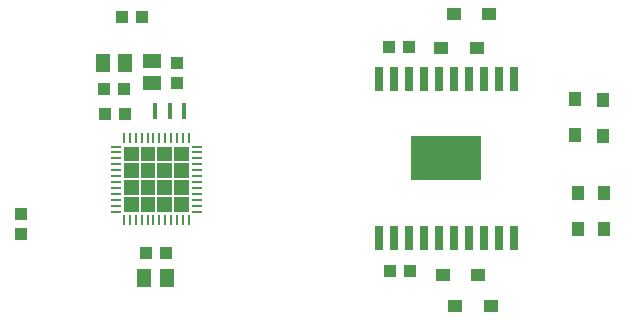
<source format=gbr>
G04 EAGLE Gerber RS-274X export*
G75*
%MOMM*%
%FSLAX34Y34*%
%LPD*%
%INSolderpaste Bottom*%
%IPPOS*%
%AMOC8*
5,1,8,0,0,1.08239X$1,22.5*%
G01*
%ADD10R,0.400000X1.399997*%
%ADD11R,0.254000X0.812800*%
%ADD12R,0.812800X0.254000*%
%ADD13R,1.100000X1.000000*%
%ADD14R,1.500000X1.300000*%
%ADD15R,1.300000X1.500000*%
%ADD16R,6.001059X3.800669*%
%ADD17R,0.700000X2.000000*%
%ADD18R,1.120000X1.240000*%
%ADD19R,1.240000X1.120000*%

G36*
X169531Y201630D02*
X169531Y201630D01*
X169533Y201629D01*
X169576Y201649D01*
X169620Y201667D01*
X169621Y201669D01*
X169623Y201670D01*
X169656Y201755D01*
X169656Y213979D01*
X169655Y213981D01*
X169655Y213983D01*
X169636Y214026D01*
X169617Y214070D01*
X169615Y214071D01*
X169614Y214073D01*
X169529Y214106D01*
X157305Y214106D01*
X157303Y214105D01*
X157301Y214105D01*
X157258Y214086D01*
X157215Y214067D01*
X157214Y214065D01*
X157212Y214064D01*
X157179Y213979D01*
X157179Y201755D01*
X157180Y201753D01*
X157179Y201751D01*
X157199Y201708D01*
X157217Y201665D01*
X157219Y201664D01*
X157220Y201662D01*
X157305Y201629D01*
X169529Y201629D01*
X169531Y201630D01*
G37*
G36*
X155307Y201630D02*
X155307Y201630D01*
X155309Y201629D01*
X155352Y201649D01*
X155396Y201667D01*
X155397Y201669D01*
X155399Y201670D01*
X155432Y201755D01*
X155432Y213979D01*
X155431Y213981D01*
X155431Y213983D01*
X155412Y214026D01*
X155393Y214070D01*
X155391Y214071D01*
X155390Y214073D01*
X155305Y214106D01*
X143081Y214106D01*
X143079Y214105D01*
X143077Y214105D01*
X143034Y214086D01*
X142991Y214067D01*
X142990Y214065D01*
X142988Y214064D01*
X142955Y213979D01*
X142955Y201755D01*
X142956Y201753D01*
X142955Y201751D01*
X142975Y201708D01*
X142993Y201665D01*
X142995Y201664D01*
X142996Y201662D01*
X143081Y201629D01*
X155305Y201629D01*
X155307Y201630D01*
G37*
G36*
X141083Y201630D02*
X141083Y201630D01*
X141085Y201629D01*
X141128Y201649D01*
X141172Y201667D01*
X141173Y201669D01*
X141175Y201670D01*
X141208Y201755D01*
X141208Y213979D01*
X141207Y213981D01*
X141207Y213983D01*
X141188Y214026D01*
X141169Y214070D01*
X141167Y214071D01*
X141166Y214073D01*
X141081Y214106D01*
X128857Y214106D01*
X128855Y214105D01*
X128853Y214105D01*
X128810Y214086D01*
X128767Y214067D01*
X128766Y214065D01*
X128764Y214064D01*
X128731Y213979D01*
X128731Y201755D01*
X128732Y201753D01*
X128731Y201751D01*
X128751Y201708D01*
X128769Y201665D01*
X128771Y201664D01*
X128772Y201662D01*
X128857Y201629D01*
X141081Y201629D01*
X141083Y201630D01*
G37*
G36*
X126859Y201630D02*
X126859Y201630D01*
X126861Y201629D01*
X126904Y201649D01*
X126948Y201667D01*
X126949Y201669D01*
X126951Y201670D01*
X126984Y201755D01*
X126984Y213979D01*
X126983Y213981D01*
X126983Y213983D01*
X126964Y214026D01*
X126945Y214070D01*
X126943Y214071D01*
X126942Y214073D01*
X126857Y214106D01*
X114633Y214106D01*
X114631Y214105D01*
X114629Y214105D01*
X114586Y214086D01*
X114543Y214067D01*
X114542Y214065D01*
X114540Y214064D01*
X114507Y213979D01*
X114507Y201755D01*
X114508Y201753D01*
X114507Y201751D01*
X114527Y201708D01*
X114545Y201665D01*
X114547Y201664D01*
X114548Y201662D01*
X114633Y201629D01*
X126857Y201629D01*
X126859Y201630D01*
G37*
G36*
X169531Y187406D02*
X169531Y187406D01*
X169533Y187405D01*
X169576Y187425D01*
X169620Y187443D01*
X169621Y187445D01*
X169623Y187446D01*
X169656Y187531D01*
X169656Y199755D01*
X169655Y199757D01*
X169655Y199759D01*
X169636Y199802D01*
X169617Y199846D01*
X169615Y199847D01*
X169614Y199849D01*
X169529Y199882D01*
X157305Y199882D01*
X157303Y199881D01*
X157301Y199881D01*
X157258Y199862D01*
X157215Y199843D01*
X157214Y199841D01*
X157212Y199840D01*
X157179Y199755D01*
X157179Y187531D01*
X157180Y187529D01*
X157179Y187527D01*
X157199Y187484D01*
X157217Y187441D01*
X157219Y187440D01*
X157220Y187438D01*
X157305Y187405D01*
X169529Y187405D01*
X169531Y187406D01*
G37*
G36*
X126859Y187406D02*
X126859Y187406D01*
X126861Y187405D01*
X126904Y187425D01*
X126948Y187443D01*
X126949Y187445D01*
X126951Y187446D01*
X126984Y187531D01*
X126984Y199755D01*
X126983Y199757D01*
X126983Y199759D01*
X126964Y199802D01*
X126945Y199846D01*
X126943Y199847D01*
X126942Y199849D01*
X126857Y199882D01*
X114633Y199882D01*
X114631Y199881D01*
X114629Y199881D01*
X114586Y199862D01*
X114543Y199843D01*
X114542Y199841D01*
X114540Y199840D01*
X114507Y199755D01*
X114507Y187531D01*
X114508Y187529D01*
X114507Y187527D01*
X114527Y187484D01*
X114545Y187441D01*
X114547Y187440D01*
X114548Y187438D01*
X114633Y187405D01*
X126857Y187405D01*
X126859Y187406D01*
G37*
G36*
X141083Y187406D02*
X141083Y187406D01*
X141085Y187405D01*
X141128Y187425D01*
X141172Y187443D01*
X141173Y187445D01*
X141175Y187446D01*
X141208Y187531D01*
X141208Y199755D01*
X141207Y199757D01*
X141207Y199759D01*
X141188Y199802D01*
X141169Y199846D01*
X141167Y199847D01*
X141166Y199849D01*
X141081Y199882D01*
X128857Y199882D01*
X128855Y199881D01*
X128853Y199881D01*
X128810Y199862D01*
X128767Y199843D01*
X128766Y199841D01*
X128764Y199840D01*
X128731Y199755D01*
X128731Y187531D01*
X128732Y187529D01*
X128731Y187527D01*
X128751Y187484D01*
X128769Y187441D01*
X128771Y187440D01*
X128772Y187438D01*
X128857Y187405D01*
X141081Y187405D01*
X141083Y187406D01*
G37*
G36*
X155307Y187406D02*
X155307Y187406D01*
X155309Y187405D01*
X155352Y187425D01*
X155396Y187443D01*
X155397Y187445D01*
X155399Y187446D01*
X155432Y187531D01*
X155432Y199755D01*
X155431Y199757D01*
X155431Y199759D01*
X155412Y199802D01*
X155393Y199846D01*
X155391Y199847D01*
X155390Y199849D01*
X155305Y199882D01*
X143081Y199882D01*
X143079Y199881D01*
X143077Y199881D01*
X143034Y199862D01*
X142991Y199843D01*
X142990Y199841D01*
X142988Y199840D01*
X142955Y199755D01*
X142955Y187531D01*
X142956Y187529D01*
X142955Y187527D01*
X142975Y187484D01*
X142993Y187441D01*
X142995Y187440D01*
X142996Y187438D01*
X143081Y187405D01*
X155305Y187405D01*
X155307Y187406D01*
G37*
G36*
X141083Y173182D02*
X141083Y173182D01*
X141085Y173181D01*
X141128Y173201D01*
X141172Y173219D01*
X141173Y173221D01*
X141175Y173222D01*
X141208Y173307D01*
X141208Y185531D01*
X141207Y185533D01*
X141207Y185535D01*
X141188Y185578D01*
X141169Y185622D01*
X141167Y185623D01*
X141166Y185625D01*
X141081Y185658D01*
X128857Y185658D01*
X128855Y185657D01*
X128853Y185657D01*
X128810Y185638D01*
X128767Y185619D01*
X128766Y185617D01*
X128764Y185616D01*
X128731Y185531D01*
X128731Y173307D01*
X128732Y173305D01*
X128731Y173303D01*
X128751Y173260D01*
X128769Y173217D01*
X128771Y173216D01*
X128772Y173214D01*
X128857Y173181D01*
X141081Y173181D01*
X141083Y173182D01*
G37*
G36*
X169531Y173182D02*
X169531Y173182D01*
X169533Y173181D01*
X169576Y173201D01*
X169620Y173219D01*
X169621Y173221D01*
X169623Y173222D01*
X169656Y173307D01*
X169656Y185531D01*
X169655Y185533D01*
X169655Y185535D01*
X169636Y185578D01*
X169617Y185622D01*
X169615Y185623D01*
X169614Y185625D01*
X169529Y185658D01*
X157305Y185658D01*
X157303Y185657D01*
X157301Y185657D01*
X157258Y185638D01*
X157215Y185619D01*
X157214Y185617D01*
X157212Y185616D01*
X157179Y185531D01*
X157179Y173307D01*
X157180Y173305D01*
X157179Y173303D01*
X157199Y173260D01*
X157217Y173217D01*
X157219Y173216D01*
X157220Y173214D01*
X157305Y173181D01*
X169529Y173181D01*
X169531Y173182D01*
G37*
G36*
X155307Y173182D02*
X155307Y173182D01*
X155309Y173181D01*
X155352Y173201D01*
X155396Y173219D01*
X155397Y173221D01*
X155399Y173222D01*
X155432Y173307D01*
X155432Y185531D01*
X155431Y185533D01*
X155431Y185535D01*
X155412Y185578D01*
X155393Y185622D01*
X155391Y185623D01*
X155390Y185625D01*
X155305Y185658D01*
X143081Y185658D01*
X143079Y185657D01*
X143077Y185657D01*
X143034Y185638D01*
X142991Y185619D01*
X142990Y185617D01*
X142988Y185616D01*
X142955Y185531D01*
X142955Y173307D01*
X142956Y173305D01*
X142955Y173303D01*
X142975Y173260D01*
X142993Y173217D01*
X142995Y173216D01*
X142996Y173214D01*
X143081Y173181D01*
X155305Y173181D01*
X155307Y173182D01*
G37*
G36*
X126859Y173182D02*
X126859Y173182D01*
X126861Y173181D01*
X126904Y173201D01*
X126948Y173219D01*
X126949Y173221D01*
X126951Y173222D01*
X126984Y173307D01*
X126984Y185531D01*
X126983Y185533D01*
X126983Y185535D01*
X126964Y185578D01*
X126945Y185622D01*
X126943Y185623D01*
X126942Y185625D01*
X126857Y185658D01*
X114633Y185658D01*
X114631Y185657D01*
X114629Y185657D01*
X114586Y185638D01*
X114543Y185619D01*
X114542Y185617D01*
X114540Y185616D01*
X114507Y185531D01*
X114507Y173307D01*
X114508Y173305D01*
X114507Y173303D01*
X114527Y173260D01*
X114545Y173217D01*
X114547Y173216D01*
X114548Y173214D01*
X114633Y173181D01*
X126857Y173181D01*
X126859Y173182D01*
G37*
G36*
X155307Y158958D02*
X155307Y158958D01*
X155309Y158957D01*
X155352Y158977D01*
X155396Y158995D01*
X155397Y158997D01*
X155399Y158998D01*
X155432Y159083D01*
X155432Y171307D01*
X155431Y171309D01*
X155431Y171311D01*
X155412Y171354D01*
X155393Y171398D01*
X155391Y171399D01*
X155390Y171401D01*
X155305Y171434D01*
X143081Y171434D01*
X143079Y171433D01*
X143077Y171433D01*
X143034Y171414D01*
X142991Y171395D01*
X142990Y171393D01*
X142988Y171392D01*
X142955Y171307D01*
X142955Y159083D01*
X142956Y159081D01*
X142955Y159079D01*
X142975Y159036D01*
X142993Y158993D01*
X142995Y158992D01*
X142996Y158990D01*
X143081Y158957D01*
X155305Y158957D01*
X155307Y158958D01*
G37*
G36*
X141083Y158958D02*
X141083Y158958D01*
X141085Y158957D01*
X141128Y158977D01*
X141172Y158995D01*
X141173Y158997D01*
X141175Y158998D01*
X141208Y159083D01*
X141208Y171307D01*
X141207Y171309D01*
X141207Y171311D01*
X141188Y171354D01*
X141169Y171398D01*
X141167Y171399D01*
X141166Y171401D01*
X141081Y171434D01*
X128857Y171434D01*
X128855Y171433D01*
X128853Y171433D01*
X128810Y171414D01*
X128767Y171395D01*
X128766Y171393D01*
X128764Y171392D01*
X128731Y171307D01*
X128731Y159083D01*
X128732Y159081D01*
X128731Y159079D01*
X128751Y159036D01*
X128769Y158993D01*
X128771Y158992D01*
X128772Y158990D01*
X128857Y158957D01*
X141081Y158957D01*
X141083Y158958D01*
G37*
G36*
X126859Y158958D02*
X126859Y158958D01*
X126861Y158957D01*
X126904Y158977D01*
X126948Y158995D01*
X126949Y158997D01*
X126951Y158998D01*
X126984Y159083D01*
X126984Y171307D01*
X126983Y171309D01*
X126983Y171311D01*
X126964Y171354D01*
X126945Y171398D01*
X126943Y171399D01*
X126942Y171401D01*
X126857Y171434D01*
X114633Y171434D01*
X114631Y171433D01*
X114629Y171433D01*
X114586Y171414D01*
X114543Y171395D01*
X114542Y171393D01*
X114540Y171392D01*
X114507Y171307D01*
X114507Y159083D01*
X114508Y159081D01*
X114507Y159079D01*
X114527Y159036D01*
X114545Y158993D01*
X114547Y158992D01*
X114548Y158990D01*
X114633Y158957D01*
X126857Y158957D01*
X126859Y158958D01*
G37*
G36*
X169531Y158958D02*
X169531Y158958D01*
X169533Y158957D01*
X169576Y158977D01*
X169620Y158995D01*
X169621Y158997D01*
X169623Y158998D01*
X169656Y159083D01*
X169656Y171307D01*
X169655Y171309D01*
X169655Y171311D01*
X169636Y171354D01*
X169617Y171398D01*
X169615Y171399D01*
X169614Y171401D01*
X169529Y171434D01*
X157305Y171434D01*
X157303Y171433D01*
X157301Y171433D01*
X157258Y171414D01*
X157215Y171395D01*
X157214Y171393D01*
X157212Y171392D01*
X157179Y171307D01*
X157179Y159083D01*
X157180Y159081D01*
X157179Y159079D01*
X157199Y159036D01*
X157217Y158993D01*
X157219Y158992D01*
X157220Y158990D01*
X157305Y158957D01*
X169529Y158957D01*
X169531Y158958D01*
G37*
D10*
X165194Y244475D03*
X153194Y244475D03*
X141194Y244475D03*
D11*
X114574Y221075D03*
X119575Y221075D03*
X124577Y221075D03*
X129578Y221075D03*
X134579Y221075D03*
X139580Y221075D03*
X144582Y221075D03*
X149583Y221075D03*
X154584Y221075D03*
X159585Y221075D03*
X164587Y221075D03*
X169588Y221075D03*
D12*
X176625Y214038D03*
X176625Y209037D03*
X176625Y204035D03*
X176625Y199034D03*
X176625Y194033D03*
X176625Y189032D03*
X176625Y184030D03*
X176625Y179029D03*
X176625Y174028D03*
X176625Y169027D03*
X176625Y164025D03*
X176625Y159024D03*
D11*
X169588Y151987D03*
X164587Y151987D03*
X159585Y151987D03*
X154584Y151987D03*
X149583Y151987D03*
X144582Y151987D03*
X139580Y151987D03*
X134579Y151987D03*
X129578Y151987D03*
X124577Y151987D03*
X119575Y151987D03*
X114574Y151987D03*
D12*
X107537Y159024D03*
X107537Y164025D03*
X107537Y169027D03*
X107537Y174028D03*
X107537Y179029D03*
X107537Y184030D03*
X107537Y189032D03*
X107537Y194033D03*
X107537Y199034D03*
X107537Y204035D03*
X107537Y209037D03*
X107537Y214038D03*
D13*
X27781Y139931D03*
X27781Y156931D03*
X159544Y267725D03*
X159544Y284725D03*
X129944Y323850D03*
X112944Y323850D03*
X97863Y262731D03*
X114863Y262731D03*
X98656Y241300D03*
X115656Y241300D03*
X133581Y123825D03*
X150581Y123825D03*
D14*
X138113Y286519D03*
X138113Y267519D03*
D15*
X96863Y284956D03*
X115863Y284956D03*
X131788Y102394D03*
X150788Y102394D03*
D16*
X387345Y203990D03*
D17*
X444500Y136994D03*
X431800Y136994D03*
X419100Y136994D03*
X406400Y136994D03*
X393700Y136994D03*
X381000Y136994D03*
X368300Y136994D03*
X355600Y136994D03*
X342900Y136994D03*
X330200Y136994D03*
X330200Y270994D03*
X342900Y270994D03*
X355600Y270994D03*
X368300Y270994D03*
X381000Y270994D03*
X393700Y270994D03*
X406400Y270994D03*
X419100Y270994D03*
X431800Y270994D03*
X444500Y270994D03*
D18*
X499269Y174544D03*
X499269Y144544D03*
D13*
X356067Y298164D03*
X339067Y298164D03*
X356861Y108744D03*
X339861Y108744D03*
D18*
X496888Y223919D03*
X496888Y253919D03*
X519906Y223125D03*
X519906Y253125D03*
X520700Y174544D03*
X520700Y144544D03*
D19*
X425112Y79280D03*
X395112Y79280D03*
X413206Y297752D03*
X383206Y297752D03*
X424038Y326485D03*
X394038Y326485D03*
X414793Y105569D03*
X384793Y105569D03*
M02*

</source>
